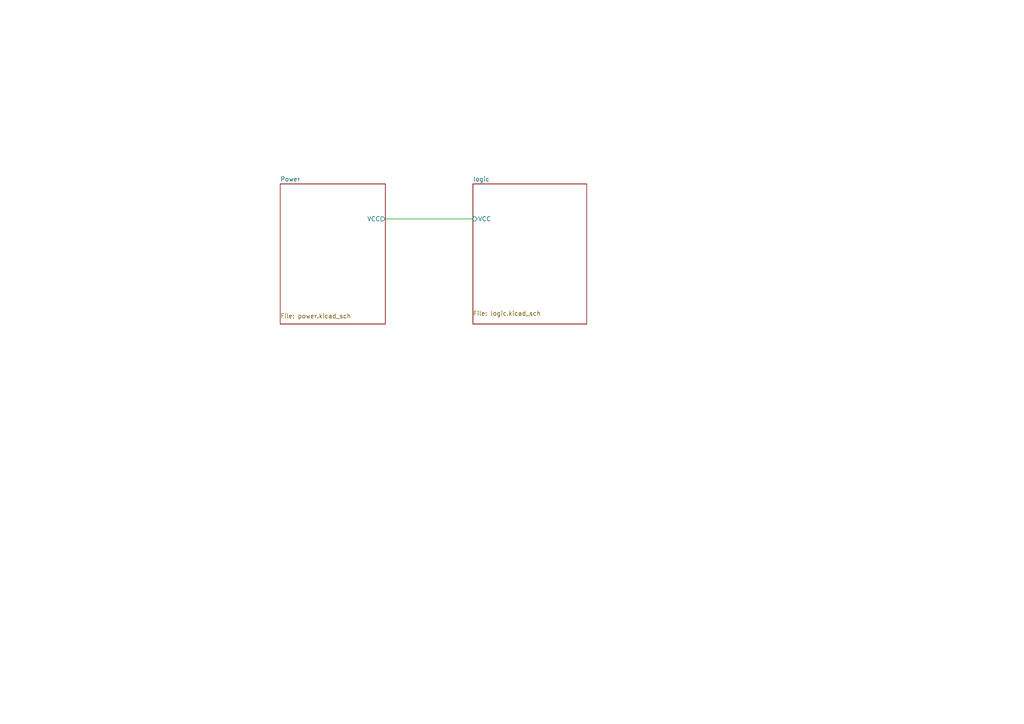
<source format=kicad_sch>
(kicad_sch
	(version 20231120)
	(generator "eeschema")
	(generator_version "8.0")
	(uuid "87c78429-be2b-40ed-8d3b-56cb9666a56f")
	(paper "A4")
	(lib_symbols)
	(wire
		(pts
			(xy 111.76 63.5) (xy 137.16 63.5)
		)
		(stroke
			(width 0)
			(type default)
		)
		(uuid "da6d10cb-92aa-4b78-ab10-321cb0ff8fb3")
	)
	(sheet
		(at 81.28 53.34)
		(size 30.48 40.64)
		(stroke
			(width 0)
			(type solid)
		)
		(fill
			(color 0 0 0 0.0000)
		)
		(uuid "00000000-0000-0000-0000-00005ca71704")
		(property "Sheetname" "Power"
			(at 81.28 52.7045 0)
			(effects
				(font
					(size 1.27 1.27)
				)
				(justify left bottom)
			)
		)
		(property "Sheetfile" "power.kicad_sch"
			(at 81.28 90.9325 0)
			(effects
				(font
					(size 1.27 1.27)
				)
				(justify left top)
			)
		)
		(pin "VCC" output
			(at 111.76 63.5 0)
			(effects
				(font
					(size 1.27 1.27)
				)
				(justify right)
			)
			(uuid "7e969d15-6cc0-4258-8b27-586608a21adb")
		)
		(instances
			(project "warning-project"
				(path "/87c78429-be2b-40ed-8d3b-56cb9666a56f"
					(page "2")
				)
			)
		)
	)
	(sheet
		(at 137.16 53.34)
		(size 33.02 40.64)
		(stroke
			(width 0)
			(type solid)
		)
		(fill
			(color 0 0 0 0.0000)
		)
		(uuid "00000000-0000-0000-0000-00005ca75bc1")
		(property "Sheetname" "logic"
			(at 137.16 52.7045 0)
			(effects
				(font
					(size 1.27 1.27)
				)
				(justify left bottom)
			)
		)
		(property "Sheetfile" "logic.kicad_sch"
			(at 137.16 90.1705 0)
			(effects
				(font
					(size 1.27 1.27)
				)
				(justify left top)
			)
		)
		(pin "VCC" input
			(at 137.16 63.5 180)
			(effects
				(font
					(size 1.27 1.27)
				)
				(justify left)
			)
			(uuid "6ca3c38c-4e71-4202-b6c1-1b25f04a27ae")
		)
		(instances
			(project "warning-project"
				(path "/87c78429-be2b-40ed-8d3b-56cb9666a56f"
					(page "3")
				)
			)
		)
	)
	(sheet_instances
		(path "/"
			(page "1")
		)
	)
)
</source>
